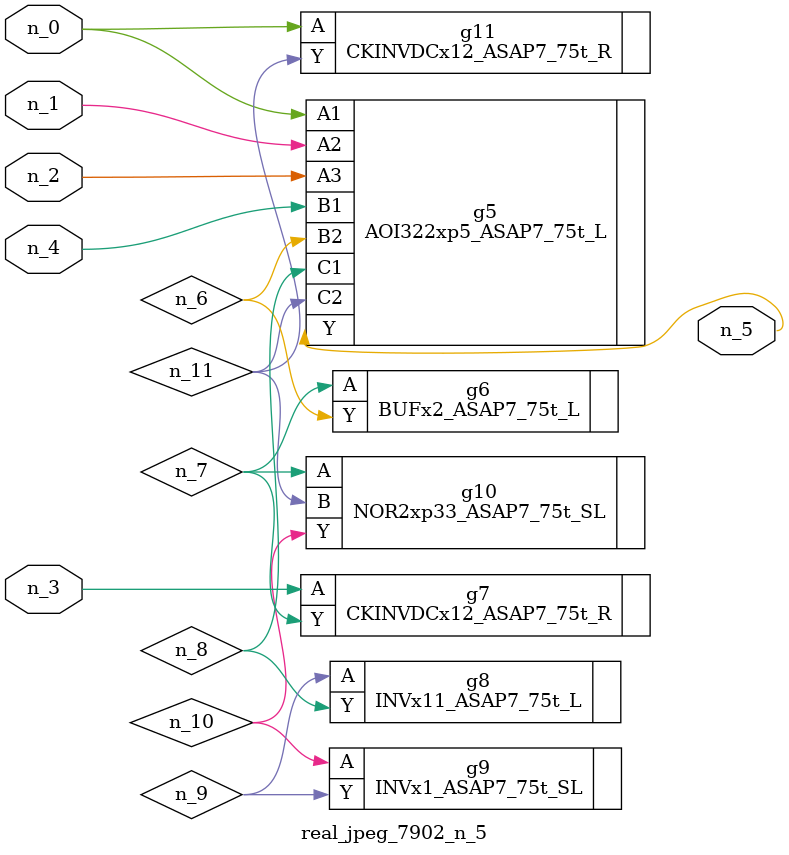
<source format=v>
module real_jpeg_7902_n_5 (n_4, n_0, n_1, n_2, n_3, n_5);

input n_4;
input n_0;
input n_1;
input n_2;
input n_3;

output n_5;

wire n_8;
wire n_11;
wire n_6;
wire n_7;
wire n_10;
wire n_9;

AOI322xp5_ASAP7_75t_L g5 ( 
.A1(n_0),
.A2(n_1),
.A3(n_2),
.B1(n_4),
.B2(n_6),
.C1(n_8),
.C2(n_11),
.Y(n_5)
);

CKINVDCx12_ASAP7_75t_R g11 ( 
.A(n_0),
.Y(n_11)
);

CKINVDCx12_ASAP7_75t_R g7 ( 
.A(n_3),
.Y(n_7)
);

BUFx2_ASAP7_75t_L g6 ( 
.A(n_7),
.Y(n_6)
);

NOR2xp33_ASAP7_75t_SL g10 ( 
.A(n_7),
.B(n_11),
.Y(n_10)
);

INVx11_ASAP7_75t_L g8 ( 
.A(n_9),
.Y(n_8)
);

INVx1_ASAP7_75t_SL g9 ( 
.A(n_10),
.Y(n_9)
);


endmodule
</source>
